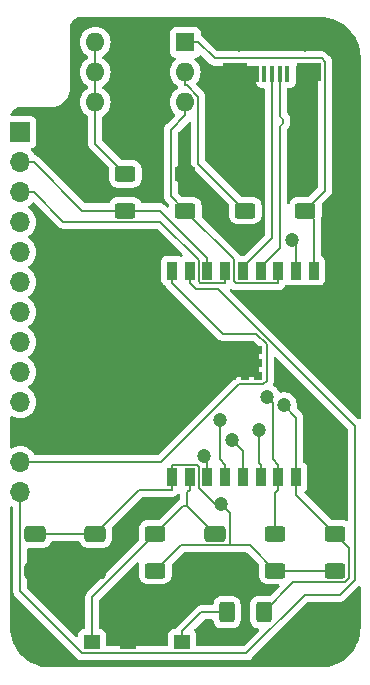
<source format=gbr>
%TF.GenerationSoftware,KiCad,Pcbnew,8.0.4-8.0.4-0~ubuntu22.04.1*%
%TF.CreationDate,2024-08-06T20:40:26+03:00*%
%TF.ProjectId,PM-ESPC3,504d2d45-5350-4433-932e-6b696361645f,rev?*%
%TF.SameCoordinates,Original*%
%TF.FileFunction,Copper,L1,Top*%
%TF.FilePolarity,Positive*%
%FSLAX46Y46*%
G04 Gerber Fmt 4.6, Leading zero omitted, Abs format (unit mm)*
G04 Created by KiCad (PCBNEW 8.0.4-8.0.4-0~ubuntu22.04.1) date 2024-08-06 20:40:26*
%MOMM*%
%LPD*%
G01*
G04 APERTURE LIST*
G04 Aperture macros list*
%AMRoundRect*
0 Rectangle with rounded corners*
0 $1 Rounding radius*
0 $2 $3 $4 $5 $6 $7 $8 $9 X,Y pos of 4 corners*
0 Add a 4 corners polygon primitive as box body*
4,1,4,$2,$3,$4,$5,$6,$7,$8,$9,$2,$3,0*
0 Add four circle primitives for the rounded corners*
1,1,$1+$1,$2,$3*
1,1,$1+$1,$4,$5*
1,1,$1+$1,$6,$7*
1,1,$1+$1,$8,$9*
0 Add four rect primitives between the rounded corners*
20,1,$1+$1,$2,$3,$4,$5,0*
20,1,$1+$1,$4,$5,$6,$7,0*
20,1,$1+$1,$6,$7,$8,$9,0*
20,1,$1+$1,$8,$9,$2,$3,0*%
G04 Aperture macros list end*
%TA.AperFunction,SMDPad,CuDef*%
%ADD10R,1.346200X1.244600*%
%TD*%
%TA.AperFunction,SMDPad,CuDef*%
%ADD11RoundRect,0.250000X-0.650000X0.412500X-0.650000X-0.412500X0.650000X-0.412500X0.650000X0.412500X0*%
%TD*%
%TA.AperFunction,SMDPad,CuDef*%
%ADD12R,0.889000X1.498600*%
%TD*%
%TA.AperFunction,SMDPad,CuDef*%
%ADD13R,0.711200X0.711200*%
%TD*%
%TA.AperFunction,SMDPad,CuDef*%
%ADD14R,0.406400X1.350000*%
%TD*%
%TA.AperFunction,SMDPad,CuDef*%
%ADD15R,2.108200X1.600200*%
%TD*%
%TA.AperFunction,ComponentPad*%
%ADD16O,1.000000X1.700000*%
%TD*%
%TA.AperFunction,SMDPad,CuDef*%
%ADD17RoundRect,0.250000X-0.625000X0.400000X-0.625000X-0.400000X0.625000X-0.400000X0.625000X0.400000X0*%
%TD*%
%TA.AperFunction,SMDPad,CuDef*%
%ADD18RoundRect,0.250000X0.400000X0.625000X-0.400000X0.625000X-0.400000X-0.625000X0.400000X-0.625000X0*%
%TD*%
%TA.AperFunction,SMDPad,CuDef*%
%ADD19RoundRect,0.250000X0.625000X-0.400000X0.625000X0.400000X-0.625000X0.400000X-0.625000X-0.400000X0*%
%TD*%
%TA.AperFunction,SMDPad,CuDef*%
%ADD20RoundRect,0.250000X0.650000X-0.412500X0.650000X0.412500X-0.650000X0.412500X-0.650000X-0.412500X0*%
%TD*%
%TA.AperFunction,ComponentPad*%
%ADD21R,1.600000X1.600000*%
%TD*%
%TA.AperFunction,ComponentPad*%
%ADD22O,1.600000X1.600000*%
%TD*%
%TA.AperFunction,ComponentPad*%
%ADD23R,1.700000X1.700000*%
%TD*%
%TA.AperFunction,ComponentPad*%
%ADD24O,1.700000X1.700000*%
%TD*%
%TA.AperFunction,ViaPad*%
%ADD25C,1.200000*%
%TD*%
%TA.AperFunction,Conductor*%
%ADD26C,0.200000*%
%TD*%
G04 APERTURE END LIST*
D10*
%TO.P,SW2,1,1*%
%TO.N,GND*%
X61214000Y-121920000D03*
%TO.P,SW2,2,2*%
%TO.N,/EN*%
X65786000Y-121920000D03*
%TD*%
D11*
%TO.P,C1,1*%
%TO.N,/EN*%
X76200000Y-112737500D03*
%TO.P,C1,2*%
%TO.N,GND*%
X76200000Y-115862500D03*
%TD*%
D12*
%TO.P,U1,1,3V3*%
%TO.N,+3.3V*%
X72540002Y-107950000D03*
%TO.P,U1,2,EN*%
%TO.N,/EN*%
X74040001Y-107950000D03*
%TO.P,U1,3,IO4*%
%TO.N,/GPIO4*%
X75540001Y-107950000D03*
%TO.P,U1,4,IO5*%
%TO.N,/GPIO5*%
X77040000Y-107950000D03*
%TO.P,U1,5,IO6*%
%TO.N,/GPIO6*%
X78540000Y-107950000D03*
%TO.P,U1,6,IO7*%
%TO.N,/GPIO7*%
X80040000Y-107950000D03*
%TO.P,U1,7,IO8*%
%TO.N,/GPIO8*%
X81540002Y-107950000D03*
%TO.P,U1,8,IO9*%
%TO.N,/GPIO9*%
X83040001Y-107950000D03*
%TO.P,U1,9,GND*%
%TO.N,GND*%
X84540001Y-107950000D03*
%TO.P,U1,10,IO10*%
%TO.N,/A1*%
X84539998Y-90450000D03*
%TO.P,U1,11,RXD*%
%TO.N,/A2*%
X83039999Y-90450000D03*
%TO.P,U1,12,TXD*%
%TO.N,/A3*%
X81539999Y-90450000D03*
%TO.P,U1,13,IO18_(USB_D-)*%
%TO.N,/USB_D-*%
X80040000Y-90450000D03*
%TO.P,U1,14,IO19_(USB_D+)*%
%TO.N,/USB_D+*%
X78540000Y-90450000D03*
%TO.P,U1,15,IO3*%
%TO.N,/GPIO3*%
X77040000Y-90450000D03*
%TO.P,U1,16,IO2*%
%TO.N,/GPIO2*%
X75539998Y-90450000D03*
%TO.P,U1,17,IO1*%
%TO.N,/SCL*%
X74039999Y-90450000D03*
%TO.P,U1,18,IO0*%
%TO.N,/SDA*%
X72539999Y-90450000D03*
D13*
%TO.P,U1,EPAD,EPAD*%
%TO.N,GND*%
X77640000Y-99340000D03*
X78740000Y-99340000D03*
X79840000Y-99340000D03*
X77640000Y-98240000D03*
X78740000Y-98240000D03*
X79840000Y-98240000D03*
X77640000Y-97140000D03*
X78740000Y-97140000D03*
X79840000Y-97140000D03*
%TD*%
D14*
%TO.P,J1,1,VBUS*%
%TO.N,unconnected-(J1-VBUS-Pad1)*%
X82295000Y-73795108D03*
%TO.P,J1,2,D-*%
%TO.N,/USB_D-*%
X81645014Y-73795108D03*
%TO.P,J1,3,D+*%
%TO.N,/USB_D+*%
X80995028Y-73795108D03*
%TO.P,J1,4,ID*%
%TO.N,unconnected-(J1-ID-Pad4)*%
X80345042Y-73795108D03*
D15*
%TO.P,J1,5,GND*%
%TO.N,GND*%
X84095027Y-73670000D03*
D16*
X83820029Y-71119992D03*
D14*
X79695056Y-73795108D03*
D16*
X78170027Y-71119992D03*
D15*
X77895029Y-73670000D03*
%TD*%
D17*
%TO.P,R7,1*%
%TO.N,GND*%
X73660000Y-82270000D03*
%TO.P,R7,2*%
%TO.N,/A3*%
X73660000Y-85370000D03*
%TD*%
%TO.P,R5,1*%
%TO.N,GND*%
X83820000Y-82270000D03*
%TO.P,R5,2*%
%TO.N,/A1*%
X83820000Y-85370000D03*
%TD*%
D18*
%TO.P,R4,1*%
%TO.N,/GPIO9*%
X80290000Y-119380000D03*
%TO.P,R4,2*%
%TO.N,Net-(R4-Pad2)*%
X77190000Y-119380000D03*
%TD*%
D11*
%TO.P,C3,1*%
%TO.N,+3.3V*%
X60960000Y-112737500D03*
%TO.P,C3,2*%
%TO.N,GND*%
X60960000Y-115862500D03*
%TD*%
D19*
%TO.P,R2,1*%
%TO.N,+3.3V*%
X81280000Y-115850000D03*
%TO.P,R2,2*%
%TO.N,/GPIO8*%
X81280000Y-112750000D03*
%TD*%
%TO.P,R3,1*%
%TO.N,+3.3V*%
X86360000Y-115850000D03*
%TO.P,R3,2*%
%TO.N,/GPIO9*%
X86360000Y-112750000D03*
%TD*%
D10*
%TO.P,SW1,1,1*%
%TO.N,GND*%
X68834000Y-121920000D03*
%TO.P,SW1,2,2*%
%TO.N,Net-(R4-Pad2)*%
X73406000Y-121920000D03*
%TD*%
D17*
%TO.P,R6,1*%
%TO.N,GND*%
X78740000Y-82270000D03*
%TO.P,R6,2*%
%TO.N,/A2*%
X78740000Y-85370000D03*
%TD*%
D19*
%TO.P,R1,1*%
%TO.N,+3.3V*%
X71120000Y-115850000D03*
%TO.P,R1,2*%
%TO.N,/EN*%
X71120000Y-112750000D03*
%TD*%
D20*
%TO.P,C2,1*%
%TO.N,GND*%
X66040000Y-115862500D03*
%TO.P,C2,2*%
%TO.N,+3.3V*%
X66040000Y-112737500D03*
%TD*%
D17*
%TO.P,R8,1*%
%TO.N,+3.3V*%
X68580000Y-82270000D03*
%TO.P,R8,2*%
%TO.N,/GPIO2*%
X68580000Y-85370000D03*
%TD*%
D21*
%TO.P,SW3,1*%
%TO.N,/A1*%
X73660000Y-71120000D03*
D22*
%TO.P,SW3,2*%
%TO.N,/A2*%
X73660000Y-73660000D03*
%TO.P,SW3,3*%
%TO.N,/A3*%
X73660000Y-76200000D03*
%TO.P,SW3,4*%
%TO.N,+3.3V*%
X66040000Y-76200000D03*
%TO.P,SW3,5*%
X66040000Y-73660000D03*
%TO.P,SW3,6*%
X66040000Y-71120000D03*
%TD*%
D23*
%TO.P,J2,1,Pin_1*%
%TO.N,unconnected-(J2-Pin_1-Pad1)*%
X59690000Y-78740000D03*
D24*
%TO.P,J2,2,Pin_2*%
%TO.N,/GPIO2*%
X59690000Y-81280000D03*
%TO.P,J2,3,Pin_3*%
%TO.N,/GPIO3*%
X59690000Y-83820000D03*
%TO.P,J2,4,Pin_4*%
%TO.N,/GPIO9*%
X59690000Y-86360000D03*
%TO.P,J2,5,Pin_5*%
%TO.N,/GPIO8*%
X59690000Y-88900000D03*
%TO.P,J2,6,Pin_6*%
%TO.N,/GPIO7*%
X59690000Y-91440000D03*
%TO.P,J2,7,Pin_7*%
%TO.N,/GPIO6*%
X59690000Y-93980000D03*
%TO.P,J2,8,Pin_8*%
%TO.N,/GPIO5*%
X59690000Y-96520000D03*
%TO.P,J2,9,Pin_9*%
%TO.N,/GPIO4*%
X59690000Y-99060000D03*
%TO.P,J2,10,Pin_10*%
%TO.N,+3.3V*%
X59690000Y-101600000D03*
%TO.P,J2,11,Pin_11*%
%TO.N,GND*%
X59690000Y-104140000D03*
%TO.P,J2,12,Pin_12*%
%TO.N,/SDA*%
X59690000Y-106680000D03*
%TO.P,J2,13,Pin_13*%
%TO.N,/SCL*%
X59690000Y-109220000D03*
%TD*%
D23*
%TO.P,J3,1,Pin_1*%
%TO.N,GND*%
X86360000Y-119380000D03*
%TD*%
D25*
%TO.N,GND*%
X68580000Y-119380000D03*
X63500000Y-116840000D03*
X86360000Y-106680000D03*
X78740000Y-78740000D03*
X83820000Y-78740000D03*
%TO.N,/GPIO6*%
X77619900Y-104824500D03*
%TO.N,/GPIO5*%
X76575700Y-103108000D03*
%TO.N,/GPIO7*%
X79881800Y-103920000D03*
%TO.N,/GPIO4*%
X75229400Y-106189700D03*
%TO.N,/A2*%
X82732500Y-87860800D03*
%TO.N,/GPIO9*%
X81991700Y-101849800D03*
%TO.N,/GPIO8*%
X80591200Y-101172900D03*
%TO.N,+3.3V*%
X76649000Y-110194400D03*
%TD*%
D26*
%TO.N,/GPIO6*%
X78540000Y-105744600D02*
X78540000Y-107950000D01*
X77619900Y-104824500D02*
X78540000Y-105744600D01*
%TO.N,/SDA*%
X72540000Y-90450000D02*
X72540000Y-91501000D01*
X71603700Y-106680000D02*
X59690000Y-106680000D01*
X78195300Y-100088400D02*
X71603700Y-106680000D01*
X80236700Y-100088400D02*
X78195300Y-100088400D01*
X80541400Y-99783700D02*
X80236700Y-100088400D01*
X80541400Y-96688300D02*
X80541400Y-99783700D01*
X79665900Y-95812800D02*
X80541400Y-96688300D01*
X76851800Y-95812800D02*
X79665900Y-95812800D01*
X72540000Y-91501000D02*
X76851800Y-95812800D01*
%TO.N,/GPIO5*%
X77040000Y-107950000D02*
X77040000Y-106899000D01*
X76575700Y-106434700D02*
X76575700Y-103108000D01*
X77040000Y-106899000D02*
X76575700Y-106434700D01*
%TO.N,/GPIO7*%
X79881800Y-106740800D02*
X80040000Y-106899000D01*
X79881800Y-103920000D02*
X79881800Y-106740800D01*
X80040000Y-107950000D02*
X80040000Y-106899000D01*
%TO.N,/SCL*%
X74543900Y-92004900D02*
X74040000Y-91501000D01*
X76431600Y-92004900D02*
X74543900Y-92004900D01*
X88022500Y-103595800D02*
X76431600Y-92004900D01*
X88022500Y-116609800D02*
X88022500Y-103595800D01*
X86748100Y-117884200D02*
X88022500Y-116609800D01*
X83812000Y-117884200D02*
X86748100Y-117884200D01*
X78842100Y-122854100D02*
X83812000Y-117884200D01*
X64920400Y-122854100D02*
X78842100Y-122854100D01*
X59690000Y-117623700D02*
X64920400Y-122854100D01*
X59690000Y-109220000D02*
X59690000Y-117623700D01*
X74040000Y-90450000D02*
X74040000Y-91501000D01*
%TO.N,/GPIO3*%
X74932600Y-91501000D02*
X77040000Y-91501000D01*
X74790000Y-91358400D02*
X74932600Y-91501000D01*
X74790000Y-89579500D02*
X74790000Y-91358400D01*
X71533200Y-86322700D02*
X74790000Y-89579500D01*
X63344400Y-86322700D02*
X71533200Y-86322700D01*
X60841700Y-83820000D02*
X63344400Y-86322700D01*
X59690000Y-83820000D02*
X60841700Y-83820000D01*
X77040000Y-90450000D02*
X77040000Y-91501000D01*
%TO.N,/GPIO4*%
X75540000Y-106500300D02*
X75540000Y-107950000D01*
X75229400Y-106189700D02*
X75540000Y-106500300D01*
%TO.N,/GPIO2*%
X75540000Y-90450000D02*
X75540000Y-89399000D01*
X71511000Y-85370000D02*
X68580000Y-85370000D01*
X75540000Y-89399000D02*
X71511000Y-85370000D01*
X59690000Y-81280000D02*
X60841700Y-81280000D01*
X64931700Y-85370000D02*
X60841700Y-81280000D01*
X68580000Y-85370000D02*
X64931700Y-85370000D01*
%TO.N,/A3*%
X73660000Y-76200000D02*
X73660000Y-77301700D01*
X72451300Y-84161300D02*
X73660000Y-85370000D01*
X72451300Y-78510400D02*
X72451300Y-84161300D01*
X73660000Y-77301700D02*
X72451300Y-78510400D01*
X77793800Y-89503800D02*
X73660000Y-85370000D01*
X77793800Y-91324300D02*
X77793800Y-89503800D01*
X77970500Y-91501000D02*
X77793800Y-91324300D01*
X81540000Y-91501000D02*
X77970500Y-91501000D01*
X81540000Y-90450000D02*
X81540000Y-91501000D01*
%TO.N,/A2*%
X83040000Y-88168300D02*
X83040000Y-90450000D01*
X82732500Y-87860800D02*
X83040000Y-88168300D01*
X74761700Y-81391700D02*
X78740000Y-85370000D01*
X74761700Y-75725600D02*
X74761700Y-81391700D01*
X73797800Y-74761700D02*
X74761700Y-75725600D01*
X73660000Y-74761700D02*
X73797800Y-74761700D01*
X73660000Y-73660000D02*
X73660000Y-74761700D01*
%TO.N,/A1*%
X73660000Y-71120000D02*
X74761700Y-71120000D01*
X84540000Y-86090000D02*
X83820000Y-85370000D01*
X84540000Y-90450000D02*
X84540000Y-86090000D01*
X76135900Y-72494200D02*
X74761700Y-71120000D01*
X85210500Y-72494200D02*
X76135900Y-72494200D01*
X85489400Y-72773100D02*
X85210500Y-72494200D01*
X85489400Y-83700600D02*
X85489400Y-72773100D01*
X83820000Y-85370000D02*
X85489400Y-83700600D01*
%TO.N,Net-(R4-Pad2)*%
X75022000Y-119380000D02*
X73406000Y-120996000D01*
X77190000Y-119380000D02*
X75022000Y-119380000D01*
X73406000Y-121920000D02*
X73406000Y-120996000D01*
%TO.N,/GPIO9*%
X83040000Y-109430000D02*
X83040000Y-107950000D01*
X86360000Y-112750000D02*
X83040000Y-109430000D01*
X83040000Y-102898100D02*
X83040000Y-107950000D01*
X81991700Y-101849800D02*
X83040000Y-102898100D01*
X82814500Y-116855500D02*
X80290000Y-119380000D01*
X87181600Y-116855500D02*
X82814500Y-116855500D01*
X87543000Y-116494100D02*
X87181600Y-116855500D01*
X87543000Y-113933000D02*
X87543000Y-116494100D01*
X86360000Y-112750000D02*
X87543000Y-113933000D01*
%TO.N,/GPIO8*%
X81280000Y-109261000D02*
X81280000Y-112750000D01*
X81540000Y-109001000D02*
X81280000Y-109261000D01*
X81540000Y-107950000D02*
X81540000Y-109001000D01*
X81540000Y-107950000D02*
X81540000Y-106899000D01*
X81090000Y-101671700D02*
X80591200Y-101172900D01*
X81090000Y-106449000D02*
X81090000Y-101671700D01*
X81540000Y-106899000D02*
X81090000Y-106449000D01*
%TO.N,+3.3V*%
X66040000Y-71120000D02*
X66040000Y-73660000D01*
X66040000Y-73660000D02*
X66040000Y-76200000D01*
X81280000Y-115850000D02*
X86360000Y-115850000D01*
X66040000Y-79730000D02*
X68580000Y-82270000D01*
X66040000Y-76200000D02*
X66040000Y-79730000D01*
X72540000Y-107950000D02*
X72540000Y-106899000D01*
X60960000Y-112737500D02*
X66040000Y-112737500D01*
X69776500Y-109001000D02*
X72540000Y-109001000D01*
X66040000Y-112737500D02*
X69776500Y-109001000D01*
X72540000Y-107950000D02*
X72540000Y-109001000D01*
X76136700Y-110194400D02*
X76649000Y-110194400D01*
X74793800Y-108851500D02*
X76136700Y-110194400D01*
X74793800Y-107062100D02*
X74793800Y-108851500D01*
X74630700Y-106899000D02*
X74793800Y-107062100D01*
X72540000Y-106899000D02*
X74630700Y-106899000D01*
X77427700Y-110973100D02*
X76649000Y-110194400D01*
X77427700Y-113710700D02*
X77427700Y-110973100D01*
X73259300Y-113710700D02*
X77427700Y-113710700D01*
X71120000Y-115850000D02*
X73259300Y-113710700D01*
X79140700Y-113710700D02*
X81280000Y-115850000D01*
X77427700Y-113710700D02*
X79140700Y-113710700D01*
%TO.N,/EN*%
X65786000Y-121920000D02*
X65786000Y-120996000D01*
X65786000Y-118084000D02*
X71120000Y-112750000D01*
X65786000Y-120996000D02*
X65786000Y-118084000D01*
X73824700Y-109216300D02*
X74040000Y-109001000D01*
X73824700Y-110362200D02*
X73824700Y-109216300D01*
X73507800Y-110362200D02*
X73824700Y-110362200D01*
X71120000Y-112750000D02*
X73507800Y-110362200D01*
X73824700Y-110362200D02*
X76200000Y-112737500D01*
X74040000Y-107950000D02*
X74040000Y-109001000D01*
%TO.N,GND*%
X72840000Y-104140000D02*
X77640000Y-99340000D01*
X59690000Y-104140000D02*
X72840000Y-104140000D01*
%TO.N,/USB_D+*%
X80995028Y-73795108D02*
X80995028Y-87701172D01*
X80995028Y-87701172D02*
X78540000Y-90156200D01*
X78540000Y-90156200D02*
X78540000Y-90450000D01*
%TO.N,/USB_D-*%
X81953442Y-77652049D02*
X81953442Y-77943621D01*
X81645014Y-73795108D02*
X81645014Y-77343621D01*
X81645014Y-78252049D02*
X81645014Y-78543621D01*
X80040000Y-90156199D02*
X80040000Y-90450000D01*
X81645014Y-78543621D02*
X81645014Y-80627685D01*
X81645014Y-80627685D02*
X81645014Y-88551185D01*
X81645014Y-88551185D02*
X80040000Y-90156199D01*
X81799228Y-78097835D02*
G75*
G03*
X81645035Y-78252049I-28J-154165D01*
G01*
X81953442Y-77943621D02*
G75*
G02*
X81799228Y-78097842I-154242J21D01*
G01*
X81799228Y-77497835D02*
G75*
G02*
X81953365Y-77652049I-28J-154165D01*
G01*
X81645014Y-77343621D02*
G75*
G03*
X81799228Y-77497786I154186J21D01*
G01*
%TD*%
%TA.AperFunction,Conductor*%
%TO.N,GND*%
G36*
X59006582Y-110392877D02*
G01*
X59007478Y-110391326D01*
X59012167Y-110394033D01*
X59012170Y-110394035D01*
X59017898Y-110396706D01*
X59070339Y-110442872D01*
X59089500Y-110509090D01*
X59089500Y-117537030D01*
X59089499Y-117537048D01*
X59089499Y-117702754D01*
X59089498Y-117702754D01*
X59130423Y-117855485D01*
X59159358Y-117905600D01*
X59159359Y-117905604D01*
X59159360Y-117905604D01*
X59209479Y-117992414D01*
X59209481Y-117992417D01*
X59328349Y-118111285D01*
X59328354Y-118111289D01*
X64551684Y-123334620D01*
X64551686Y-123334621D01*
X64551690Y-123334624D01*
X64688609Y-123413673D01*
X64688616Y-123413677D01*
X64841343Y-123454601D01*
X64841345Y-123454601D01*
X65007054Y-123454601D01*
X65007070Y-123454600D01*
X78755431Y-123454600D01*
X78755447Y-123454601D01*
X78763043Y-123454601D01*
X78921154Y-123454601D01*
X78921157Y-123454601D01*
X79073885Y-123413677D01*
X79124004Y-123384739D01*
X79210816Y-123334620D01*
X79322620Y-123222816D01*
X79322620Y-123222814D01*
X79332828Y-123212607D01*
X79332829Y-123212604D01*
X84024416Y-118521019D01*
X84085739Y-118487534D01*
X84112097Y-118484700D01*
X86661431Y-118484700D01*
X86661447Y-118484701D01*
X86669043Y-118484701D01*
X86827154Y-118484701D01*
X86827157Y-118484701D01*
X86979885Y-118443777D01*
X87030004Y-118414839D01*
X87116816Y-118364720D01*
X87228620Y-118252916D01*
X87228620Y-118252914D01*
X87238828Y-118242707D01*
X87238829Y-118242704D01*
X88287820Y-117193713D01*
X88349142Y-117160230D01*
X88418834Y-117165214D01*
X88474767Y-117207086D01*
X88499184Y-117272550D01*
X88499500Y-117281396D01*
X88499500Y-120646947D01*
X88499351Y-120653032D01*
X88483380Y-120978107D01*
X88482187Y-120990217D01*
X88434880Y-121309136D01*
X88432506Y-121321071D01*
X88354166Y-121633822D01*
X88350633Y-121645466D01*
X88242022Y-121949014D01*
X88237366Y-121960256D01*
X88099513Y-122251724D01*
X88093776Y-122262457D01*
X87928030Y-122538987D01*
X87921270Y-122549105D01*
X87729204Y-122808075D01*
X87721484Y-122817481D01*
X87504972Y-123056367D01*
X87496367Y-123064972D01*
X87257481Y-123281484D01*
X87248075Y-123289204D01*
X86989105Y-123481270D01*
X86978987Y-123488030D01*
X86702457Y-123653776D01*
X86691724Y-123659513D01*
X86400256Y-123797366D01*
X86389014Y-123802022D01*
X86085466Y-123910633D01*
X86073822Y-123914166D01*
X85761071Y-123992506D01*
X85749136Y-123994880D01*
X85430217Y-124042187D01*
X85418107Y-124043380D01*
X85093033Y-124059351D01*
X85086948Y-124059500D01*
X62233052Y-124059500D01*
X62226967Y-124059351D01*
X61901892Y-124043380D01*
X61889782Y-124042187D01*
X61570863Y-123994880D01*
X61558928Y-123992506D01*
X61246177Y-123914166D01*
X61234533Y-123910633D01*
X60930985Y-123802022D01*
X60919743Y-123797366D01*
X60628275Y-123659513D01*
X60617547Y-123653778D01*
X60341012Y-123488030D01*
X60330894Y-123481270D01*
X60071924Y-123289204D01*
X60062518Y-123281484D01*
X59986517Y-123212601D01*
X59823624Y-123064964D01*
X59815035Y-123056375D01*
X59598515Y-122817481D01*
X59590795Y-122808075D01*
X59398729Y-122549105D01*
X59391969Y-122538987D01*
X59226216Y-122262445D01*
X59220486Y-122251724D01*
X59216073Y-122242394D01*
X59124503Y-122048784D01*
X59082633Y-121960256D01*
X59077977Y-121949014D01*
X58969366Y-121645466D01*
X58965833Y-121633822D01*
X58961125Y-121615026D01*
X58887490Y-121321059D01*
X58885119Y-121309136D01*
X58876321Y-121249827D01*
X58837811Y-120990213D01*
X58836619Y-120978106D01*
X58835452Y-120954360D01*
X58820649Y-120653031D01*
X58820500Y-120646947D01*
X58820500Y-110498028D01*
X58840185Y-110430989D01*
X58892989Y-110385234D01*
X58962147Y-110375290D01*
X59006582Y-110392877D01*
G37*
%TD.AperFunction*%
%TA.AperFunction,Conductor*%
G36*
X78907642Y-114330885D02*
G01*
X78928284Y-114347519D01*
X79869902Y-115289137D01*
X79903387Y-115350460D01*
X79905580Y-115389414D01*
X79904500Y-115399986D01*
X79904500Y-116300001D01*
X79904501Y-116300019D01*
X79915000Y-116402796D01*
X79915001Y-116402799D01*
X79970185Y-116569331D01*
X79970186Y-116569334D01*
X80062288Y-116718656D01*
X80186344Y-116842712D01*
X80335666Y-116934814D01*
X80502203Y-116989999D01*
X80604991Y-117000500D01*
X81520902Y-117000499D01*
X81587941Y-117020183D01*
X81633696Y-117072987D01*
X81643640Y-117142146D01*
X81614615Y-117205702D01*
X81608583Y-117212180D01*
X80850861Y-117969902D01*
X80789538Y-118003387D01*
X80750582Y-118005579D01*
X80740028Y-118004501D01*
X80740012Y-118004500D01*
X80740009Y-118004500D01*
X80740003Y-118004500D01*
X79839998Y-118004500D01*
X79839980Y-118004501D01*
X79737203Y-118015000D01*
X79737200Y-118015001D01*
X79570668Y-118070185D01*
X79570663Y-118070187D01*
X79421342Y-118162289D01*
X79297289Y-118286342D01*
X79205187Y-118435663D01*
X79205185Y-118435668D01*
X79177349Y-118519670D01*
X79150001Y-118602203D01*
X79150001Y-118602204D01*
X79150000Y-118602204D01*
X79139500Y-118704983D01*
X79139500Y-120055001D01*
X79139501Y-120055018D01*
X79150000Y-120157796D01*
X79150001Y-120157799D01*
X79205185Y-120324331D01*
X79205186Y-120324334D01*
X79297288Y-120473656D01*
X79421344Y-120597712D01*
X79570666Y-120689814D01*
X79737203Y-120744999D01*
X79808557Y-120752288D01*
X79873248Y-120778683D01*
X79913400Y-120835864D01*
X79916264Y-120905675D01*
X79883636Y-120963327D01*
X78629684Y-122217281D01*
X78568361Y-122250766D01*
X78542003Y-122253600D01*
X74703600Y-122253600D01*
X74636561Y-122233915D01*
X74590806Y-122181111D01*
X74579600Y-122129600D01*
X74579599Y-121249829D01*
X74579598Y-121249823D01*
X74579597Y-121249816D01*
X74573191Y-121190217D01*
X74522896Y-121055369D01*
X74522895Y-121055368D01*
X74522893Y-121055364D01*
X74447281Y-120954360D01*
X74422863Y-120888896D01*
X74437714Y-120820623D01*
X74458866Y-120792368D01*
X75234416Y-120016819D01*
X75295739Y-119983334D01*
X75322097Y-119980500D01*
X75919911Y-119980500D01*
X75986950Y-120000185D01*
X76032705Y-120052989D01*
X76043269Y-120091898D01*
X76050001Y-120157797D01*
X76050001Y-120157799D01*
X76105185Y-120324331D01*
X76105186Y-120324334D01*
X76197288Y-120473656D01*
X76321344Y-120597712D01*
X76470666Y-120689814D01*
X76637203Y-120744999D01*
X76739991Y-120755500D01*
X77640008Y-120755499D01*
X77640016Y-120755498D01*
X77640019Y-120755498D01*
X77696302Y-120749748D01*
X77742797Y-120744999D01*
X77909334Y-120689814D01*
X78058656Y-120597712D01*
X78182712Y-120473656D01*
X78274814Y-120324334D01*
X78329999Y-120157797D01*
X78340500Y-120055009D01*
X78340499Y-118704992D01*
X78329999Y-118602203D01*
X78274814Y-118435666D01*
X78182712Y-118286344D01*
X78058656Y-118162288D01*
X77909334Y-118070186D01*
X77742797Y-118015001D01*
X77742795Y-118015000D01*
X77640010Y-118004500D01*
X76739998Y-118004500D01*
X76739980Y-118004501D01*
X76637203Y-118015000D01*
X76637200Y-118015001D01*
X76470668Y-118070185D01*
X76470663Y-118070187D01*
X76321342Y-118162289D01*
X76197289Y-118286342D01*
X76105187Y-118435663D01*
X76105185Y-118435668D01*
X76050001Y-118602204D01*
X76050000Y-118602205D01*
X76043268Y-118668103D01*
X76016871Y-118732795D01*
X75959690Y-118772946D01*
X75919910Y-118779500D01*
X75101057Y-118779500D01*
X74942943Y-118779500D01*
X74790215Y-118820423D01*
X74790214Y-118820423D01*
X74790212Y-118820424D01*
X74790209Y-118820425D01*
X74740096Y-118849359D01*
X74740095Y-118849360D01*
X74696689Y-118874420D01*
X74653285Y-118899479D01*
X74653282Y-118899481D01*
X72925481Y-120627282D01*
X72925479Y-120627285D01*
X72889380Y-120689812D01*
X72889378Y-120689814D01*
X72863173Y-120735201D01*
X72812606Y-120783416D01*
X72755789Y-120797200D01*
X72685030Y-120797200D01*
X72685023Y-120797201D01*
X72625416Y-120803608D01*
X72490571Y-120853902D01*
X72490564Y-120853906D01*
X72375355Y-120940152D01*
X72375352Y-120940155D01*
X72289106Y-121055364D01*
X72289102Y-121055371D01*
X72238808Y-121190217D01*
X72234281Y-121232329D01*
X72232400Y-121249827D01*
X72232400Y-121696864D01*
X72232401Y-122129600D01*
X72212717Y-122196639D01*
X72159913Y-122242394D01*
X72108401Y-122253600D01*
X67083600Y-122253600D01*
X67016561Y-122233915D01*
X66970806Y-122181111D01*
X66959600Y-122129600D01*
X66959599Y-121249829D01*
X66959598Y-121249823D01*
X66959597Y-121249816D01*
X66953191Y-121190217D01*
X66902896Y-121055369D01*
X66902895Y-121055368D01*
X66902893Y-121055364D01*
X66816647Y-120940155D01*
X66816644Y-120940152D01*
X66701435Y-120853906D01*
X66701428Y-120853902D01*
X66566582Y-120803608D01*
X66566583Y-120803608D01*
X66506983Y-120797201D01*
X66506981Y-120797200D01*
X66506973Y-120797200D01*
X66506964Y-120797200D01*
X66503853Y-120797033D01*
X66437965Y-120773783D01*
X66395107Y-120718602D01*
X66386500Y-120673211D01*
X66386500Y-118384096D01*
X66406185Y-118317057D01*
X66422814Y-118296420D01*
X69550061Y-115169172D01*
X69611382Y-115135689D01*
X69681074Y-115140673D01*
X69737007Y-115182545D01*
X69761424Y-115248009D01*
X69756114Y-115290521D01*
X69756418Y-115290586D01*
X69755669Y-115294079D01*
X69755449Y-115295849D01*
X69755002Y-115297196D01*
X69755000Y-115297204D01*
X69744500Y-115399983D01*
X69744500Y-116300001D01*
X69744501Y-116300019D01*
X69755000Y-116402796D01*
X69755001Y-116402799D01*
X69810185Y-116569331D01*
X69810186Y-116569334D01*
X69902288Y-116718656D01*
X70026344Y-116842712D01*
X70175666Y-116934814D01*
X70342203Y-116989999D01*
X70444991Y-117000500D01*
X71795008Y-117000499D01*
X71897797Y-116989999D01*
X72064334Y-116934814D01*
X72213656Y-116842712D01*
X72337712Y-116718656D01*
X72429814Y-116569334D01*
X72484999Y-116402797D01*
X72495500Y-116300009D01*
X72495499Y-115399992D01*
X72494419Y-115389420D01*
X72507188Y-115320728D01*
X72530093Y-115289140D01*
X73471716Y-114347519D01*
X73533039Y-114314034D01*
X73559397Y-114311200D01*
X77348643Y-114311200D01*
X78840603Y-114311200D01*
X78907642Y-114330885D01*
G37*
%TD.AperFunction*%
%TA.AperFunction,Conductor*%
G36*
X73143534Y-109349216D02*
G01*
X73199467Y-109391088D01*
X73223884Y-109456552D01*
X73224200Y-109465398D01*
X73224200Y-109760946D01*
X73204515Y-109827985D01*
X73162203Y-109868332D01*
X73139084Y-109881680D01*
X73139081Y-109881682D01*
X73027278Y-109993486D01*
X71457582Y-111563181D01*
X71396259Y-111596666D01*
X71369901Y-111599500D01*
X70444998Y-111599500D01*
X70444980Y-111599501D01*
X70342203Y-111610000D01*
X70342200Y-111610001D01*
X70175668Y-111665185D01*
X70175663Y-111665187D01*
X70026342Y-111757289D01*
X69902289Y-111881342D01*
X69810187Y-112030663D01*
X69810185Y-112030668D01*
X69782349Y-112114670D01*
X69755001Y-112197203D01*
X69755001Y-112197204D01*
X69755000Y-112197204D01*
X69744500Y-112299983D01*
X69744500Y-113200000D01*
X69744501Y-113200011D01*
X69745581Y-113210583D01*
X69732808Y-113279275D01*
X69709903Y-113310860D01*
X65417286Y-117603478D01*
X65305481Y-117715282D01*
X65305479Y-117715285D01*
X65255361Y-117802094D01*
X65255359Y-117802096D01*
X65226425Y-117852209D01*
X65226424Y-117852210D01*
X65212118Y-117905600D01*
X65185499Y-118004943D01*
X65185499Y-118004945D01*
X65185499Y-118173046D01*
X65185500Y-118173059D01*
X65185500Y-120673212D01*
X65165815Y-120740251D01*
X65113011Y-120786006D01*
X65068131Y-120797035D01*
X65065022Y-120797201D01*
X65005416Y-120803608D01*
X64870571Y-120853902D01*
X64870564Y-120853906D01*
X64755355Y-120940152D01*
X64755352Y-120940155D01*
X64669106Y-121055364D01*
X64669102Y-121055371D01*
X64618808Y-121190217D01*
X64614281Y-121232329D01*
X64612401Y-121249823D01*
X64612400Y-121249835D01*
X64612400Y-121397502D01*
X64592715Y-121464541D01*
X64539911Y-121510296D01*
X64470753Y-121520240D01*
X64407197Y-121491215D01*
X64400719Y-121485183D01*
X60326819Y-117411283D01*
X60293334Y-117349960D01*
X60290500Y-117323602D01*
X60290500Y-114024499D01*
X60310185Y-113957460D01*
X60362989Y-113911705D01*
X60414500Y-113900499D01*
X61660002Y-113900499D01*
X61660008Y-113900499D01*
X61762797Y-113889999D01*
X61929334Y-113834814D01*
X62078656Y-113742712D01*
X62202712Y-113618656D01*
X62294814Y-113469334D01*
X62310169Y-113422994D01*
X62349942Y-113365550D01*
X62414459Y-113338728D01*
X62427875Y-113338000D01*
X64572125Y-113338000D01*
X64639164Y-113357685D01*
X64684919Y-113410489D01*
X64689829Y-113422990D01*
X64705186Y-113469334D01*
X64797288Y-113618656D01*
X64921344Y-113742712D01*
X65070666Y-113834814D01*
X65237203Y-113889999D01*
X65339991Y-113900500D01*
X66740008Y-113900499D01*
X66842797Y-113889999D01*
X67009334Y-113834814D01*
X67158656Y-113742712D01*
X67282712Y-113618656D01*
X67374814Y-113469334D01*
X67429999Y-113302797D01*
X67440500Y-113200009D01*
X67440499Y-112274992D01*
X67438260Y-112253079D01*
X67451028Y-112184389D01*
X67473934Y-112152799D01*
X69988916Y-109637819D01*
X70050239Y-109604334D01*
X70076597Y-109601500D01*
X72619055Y-109601500D01*
X72619057Y-109601500D01*
X72771784Y-109560577D01*
X72908716Y-109481520D01*
X73012519Y-109377717D01*
X73073842Y-109344232D01*
X73143534Y-109349216D01*
G37*
%TD.AperFunction*%
%TA.AperFunction,Conductor*%
G36*
X81347103Y-97770084D02*
G01*
X81353581Y-97776116D01*
X87385681Y-103808216D01*
X87419166Y-103869539D01*
X87422000Y-103895897D01*
X87422000Y-111532456D01*
X87402315Y-111599495D01*
X87349511Y-111645250D01*
X87280353Y-111655194D01*
X87258997Y-111650162D01*
X87137799Y-111610001D01*
X87137795Y-111610000D01*
X87035016Y-111599500D01*
X87035009Y-111599500D01*
X86110097Y-111599500D01*
X86043058Y-111579815D01*
X86022416Y-111563181D01*
X83756820Y-109297585D01*
X83723335Y-109236262D01*
X83728319Y-109166570D01*
X83770187Y-109110639D01*
X83842047Y-109056846D01*
X83928297Y-108941631D01*
X83978592Y-108806783D01*
X83985001Y-108747173D01*
X83985000Y-107152828D01*
X83978592Y-107093217D01*
X83928297Y-106958369D01*
X83928296Y-106958368D01*
X83928294Y-106958364D01*
X83842048Y-106843155D01*
X83842045Y-106843152D01*
X83726835Y-106756905D01*
X83726833Y-106756904D01*
X83721162Y-106754789D01*
X83665230Y-106712916D01*
X83640816Y-106647450D01*
X83640500Y-106638609D01*
X83640500Y-102819045D01*
X83640500Y-102819043D01*
X83599577Y-102666316D01*
X83599577Y-102666315D01*
X83599577Y-102666314D01*
X83570639Y-102616195D01*
X83570637Y-102616192D01*
X83520520Y-102529384D01*
X83408716Y-102417580D01*
X83408715Y-102417579D01*
X83404385Y-102413249D01*
X83404374Y-102413239D01*
X83116367Y-102125232D01*
X83082882Y-102063909D01*
X83080577Y-102026115D01*
X83096915Y-101849800D01*
X83095581Y-101835408D01*
X83078097Y-101646717D01*
X83056883Y-101572160D01*
X83022282Y-101450550D01*
X82931373Y-101267979D01*
X82808464Y-101105221D01*
X82808462Y-101105218D01*
X82657741Y-100967819D01*
X82657739Y-100967817D01*
X82484342Y-100860455D01*
X82484335Y-100860451D01*
X82351554Y-100809012D01*
X82294156Y-100786776D01*
X82093676Y-100749300D01*
X81889724Y-100749300D01*
X81725551Y-100779988D01*
X81656037Y-100772958D01*
X81601358Y-100729460D01*
X81591767Y-100713371D01*
X81530873Y-100591080D01*
X81530873Y-100591079D01*
X81439933Y-100470655D01*
X81407962Y-100428318D01*
X81257241Y-100290919D01*
X81257239Y-100290917D01*
X81127211Y-100210408D01*
X81080575Y-100158380D01*
X81069471Y-100089399D01*
X81085101Y-100042982D01*
X81097186Y-100022051D01*
X81100977Y-100015485D01*
X81141901Y-99862757D01*
X81141901Y-99704643D01*
X81141901Y-99697048D01*
X81141900Y-99697030D01*
X81141900Y-97863797D01*
X81161585Y-97796758D01*
X81214389Y-97751003D01*
X81283547Y-97741059D01*
X81347103Y-97770084D01*
G37*
%TD.AperFunction*%
%TA.AperFunction,Conductor*%
G36*
X60839513Y-84682895D02*
G01*
X60883861Y-84711396D01*
X62859539Y-86687074D01*
X62859549Y-86687085D01*
X62863879Y-86691415D01*
X62863880Y-86691416D01*
X62975684Y-86803220D01*
X63062495Y-86853339D01*
X63062497Y-86853341D01*
X63112613Y-86882276D01*
X63112615Y-86882277D01*
X63265342Y-86923200D01*
X63265343Y-86923200D01*
X71233103Y-86923200D01*
X71300142Y-86942885D01*
X71320784Y-86959519D01*
X73409744Y-89048479D01*
X73443229Y-89109802D01*
X73438245Y-89179494D01*
X73396373Y-89235427D01*
X73365400Y-89252340D01*
X73353170Y-89256901D01*
X73349421Y-89258949D01*
X73345250Y-89259855D01*
X73344862Y-89260001D01*
X73344841Y-89259945D01*
X73281147Y-89273798D01*
X73230577Y-89258949D01*
X73226832Y-89256904D01*
X73091981Y-89206608D01*
X73091982Y-89206608D01*
X73032382Y-89200201D01*
X73032380Y-89200200D01*
X73032372Y-89200200D01*
X73032363Y-89200200D01*
X72047628Y-89200200D01*
X72047622Y-89200201D01*
X71988015Y-89206608D01*
X71853170Y-89256902D01*
X71853163Y-89256906D01*
X71737954Y-89343152D01*
X71737951Y-89343155D01*
X71651705Y-89458364D01*
X71651701Y-89458371D01*
X71601407Y-89593217D01*
X71595000Y-89652816D01*
X71595000Y-89652823D01*
X71594999Y-89652835D01*
X71594999Y-91247170D01*
X71595000Y-91247176D01*
X71601407Y-91306783D01*
X71651701Y-91441628D01*
X71651705Y-91441635D01*
X71737951Y-91556844D01*
X71737954Y-91556847D01*
X71853163Y-91643093D01*
X71853172Y-91643098D01*
X71909163Y-91663981D01*
X71965097Y-91705851D01*
X71980389Y-91732702D01*
X71980422Y-91732782D01*
X71980423Y-91732785D01*
X72003707Y-91773113D01*
X72003709Y-91773116D01*
X72059479Y-91869714D01*
X72059481Y-91869717D01*
X72178349Y-91988585D01*
X72178355Y-91988590D01*
X76366939Y-96177174D01*
X76366949Y-96177185D01*
X76371279Y-96181515D01*
X76371280Y-96181516D01*
X76483084Y-96293320D01*
X76569895Y-96343439D01*
X76569897Y-96343441D01*
X76607951Y-96365411D01*
X76620015Y-96372377D01*
X76772743Y-96413301D01*
X76772746Y-96413301D01*
X76938453Y-96413301D01*
X76938469Y-96413300D01*
X79365803Y-96413300D01*
X79432842Y-96432985D01*
X79453484Y-96449619D01*
X79904581Y-96900716D01*
X79938066Y-96962039D01*
X79940900Y-96988397D01*
X79940900Y-99363900D01*
X79921215Y-99430939D01*
X79868411Y-99476694D01*
X79816900Y-99487900D01*
X78116243Y-99487900D01*
X77963513Y-99528823D01*
X77923519Y-99551915D01*
X77923518Y-99551915D01*
X77826587Y-99607877D01*
X77826582Y-99607881D01*
X77714778Y-99719686D01*
X71391284Y-106043181D01*
X71329961Y-106076666D01*
X71303603Y-106079500D01*
X60979091Y-106079500D01*
X60912052Y-106059815D01*
X60866711Y-106007909D01*
X60864037Y-106002175D01*
X60864034Y-106002170D01*
X60822889Y-105943409D01*
X60728495Y-105808599D01*
X60728494Y-105808597D01*
X60561402Y-105641506D01*
X60561395Y-105641501D01*
X60559498Y-105640173D01*
X60513377Y-105607878D01*
X60367834Y-105505967D01*
X60367830Y-105505965D01*
X60328300Y-105487532D01*
X60153663Y-105406097D01*
X60153659Y-105406096D01*
X60153655Y-105406094D01*
X59925413Y-105344938D01*
X59925403Y-105344936D01*
X59690001Y-105324341D01*
X59689999Y-105324341D01*
X59454596Y-105344936D01*
X59454586Y-105344938D01*
X59226344Y-105406094D01*
X59226335Y-105406097D01*
X59012172Y-105505964D01*
X59007485Y-105508671D01*
X59006338Y-105506684D01*
X58949392Y-105525876D01*
X58881628Y-105508852D01*
X58833825Y-105457894D01*
X58820500Y-105401973D01*
X58820500Y-102878028D01*
X58840185Y-102810989D01*
X58892989Y-102765234D01*
X58962147Y-102755290D01*
X59006582Y-102772877D01*
X59007478Y-102771326D01*
X59012166Y-102774032D01*
X59012170Y-102774035D01*
X59226337Y-102873903D01*
X59454592Y-102935063D01*
X59628748Y-102950300D01*
X59689999Y-102955659D01*
X59690000Y-102955659D01*
X59690001Y-102955659D01*
X59751252Y-102950300D01*
X59925408Y-102935063D01*
X60153663Y-102873903D01*
X60367830Y-102774035D01*
X60561401Y-102638495D01*
X60728495Y-102471401D01*
X60864035Y-102277830D01*
X60963903Y-102063663D01*
X61025063Y-101835408D01*
X61045659Y-101600000D01*
X61025063Y-101364592D01*
X60963903Y-101136337D01*
X60864035Y-100922171D01*
X60820822Y-100860455D01*
X60728494Y-100728597D01*
X60561402Y-100561506D01*
X60561396Y-100561501D01*
X60375842Y-100431575D01*
X60332217Y-100376998D01*
X60325023Y-100307500D01*
X60356546Y-100245145D01*
X60375842Y-100228425D01*
X60475876Y-100158380D01*
X60561401Y-100098495D01*
X60728495Y-99931401D01*
X60864035Y-99737830D01*
X60963903Y-99523663D01*
X61025063Y-99295408D01*
X61045659Y-99060000D01*
X61025063Y-98824592D01*
X60963903Y-98596337D01*
X60864035Y-98382171D01*
X60728495Y-98188599D01*
X60728494Y-98188597D01*
X60561402Y-98021506D01*
X60561396Y-98021501D01*
X60375842Y-97891575D01*
X60332217Y-97836998D01*
X60325023Y-97767500D01*
X60356546Y-97705145D01*
X60375842Y-97688425D01*
X60398026Y-97672891D01*
X60561401Y-97558495D01*
X60728495Y-97391401D01*
X60864035Y-97197830D01*
X60963903Y-96983663D01*
X61025063Y-96755408D01*
X61045659Y-96520000D01*
X61025063Y-96284592D01*
X60963903Y-96056337D01*
X60864035Y-95842171D01*
X60728495Y-95648599D01*
X60728494Y-95648597D01*
X60561402Y-95481506D01*
X60561396Y-95481501D01*
X60375842Y-95351575D01*
X60332217Y-95296998D01*
X60325023Y-95227500D01*
X60356546Y-95165145D01*
X60375842Y-95148425D01*
X60499352Y-95061942D01*
X60561401Y-95018495D01*
X60728495Y-94851401D01*
X60864035Y-94657830D01*
X60963903Y-94443663D01*
X61025063Y-94215408D01*
X61045659Y-93980000D01*
X61025063Y-93744592D01*
X60963903Y-93516337D01*
X60864035Y-93302171D01*
X60728495Y-93108599D01*
X60728494Y-93108597D01*
X60561402Y-92941506D01*
X60561396Y-92941501D01*
X60375842Y-92811575D01*
X60332217Y-92756998D01*
X60325023Y-92687500D01*
X60356546Y-92625145D01*
X60375842Y-92608425D01*
X60398026Y-92592891D01*
X60561401Y-92478495D01*
X60728495Y-92311401D01*
X60864035Y-92117830D01*
X60963903Y-91903663D01*
X61025063Y-91675408D01*
X61045659Y-91440000D01*
X61025063Y-91204592D01*
X60963903Y-90976337D01*
X60864035Y-90762171D01*
X60728495Y-90568599D01*
X60728494Y-90568597D01*
X60561402Y-90401506D01*
X60561396Y-90401501D01*
X60375842Y-90271575D01*
X60332217Y-90216998D01*
X60325023Y-90147500D01*
X60356546Y-90085145D01*
X60375842Y-90068425D01*
X60398026Y-90052891D01*
X60561401Y-89938495D01*
X60728495Y-89771401D01*
X60864035Y-89577830D01*
X60963903Y-89363663D01*
X61025063Y-89135408D01*
X61045659Y-88900000D01*
X61025063Y-88664592D01*
X60969998Y-88459084D01*
X60963905Y-88436344D01*
X60963904Y-88436343D01*
X60963903Y-88436337D01*
X60864035Y-88222171D01*
X60728495Y-88028599D01*
X60728494Y-88028597D01*
X60561402Y-87861506D01*
X60561396Y-87861501D01*
X60375842Y-87731575D01*
X60332217Y-87676998D01*
X60325023Y-87607500D01*
X60356546Y-87545145D01*
X60375842Y-87528425D01*
X60543019Y-87411366D01*
X60561401Y-87398495D01*
X60728495Y-87231401D01*
X60864035Y-87037830D01*
X60963903Y-86823663D01*
X61025063Y-86595408D01*
X61045659Y-86360000D01*
X61025063Y-86124592D01*
X60963903Y-85896337D01*
X60864035Y-85682171D01*
X60786783Y-85571842D01*
X60728494Y-85488597D01*
X60561402Y-85321506D01*
X60561396Y-85321501D01*
X60375842Y-85191575D01*
X60332217Y-85136998D01*
X60325023Y-85067500D01*
X60356546Y-85005145D01*
X60375842Y-84988425D01*
X60398026Y-84972891D01*
X60561401Y-84858495D01*
X60708502Y-84711393D01*
X60769822Y-84677911D01*
X60839513Y-84682895D01*
G37*
%TD.AperFunction*%
%TA.AperFunction,Conductor*%
G36*
X85093032Y-68980649D02*
G01*
X85165195Y-68984194D01*
X85418109Y-68996619D01*
X85430213Y-68997811D01*
X85749144Y-69045120D01*
X85761059Y-69047490D01*
X86073824Y-69125833D01*
X86085466Y-69129366D01*
X86135474Y-69147259D01*
X86389021Y-69237979D01*
X86400256Y-69242633D01*
X86488784Y-69284503D01*
X86691728Y-69380488D01*
X86702445Y-69386216D01*
X86940572Y-69528944D01*
X86978987Y-69551969D01*
X86989105Y-69558729D01*
X87248075Y-69750795D01*
X87257481Y-69758515D01*
X87496375Y-69975035D01*
X87504964Y-69983624D01*
X87590203Y-70077671D01*
X87721484Y-70222518D01*
X87729204Y-70231924D01*
X87921270Y-70490894D01*
X87928030Y-70501012D01*
X88082275Y-70758355D01*
X88093776Y-70777542D01*
X88099513Y-70788275D01*
X88237366Y-71079743D01*
X88242022Y-71090985D01*
X88350633Y-71394533D01*
X88354166Y-71406177D01*
X88432506Y-71718928D01*
X88434880Y-71730863D01*
X88482187Y-72049782D01*
X88483380Y-72061892D01*
X88499351Y-72386967D01*
X88499500Y-72393052D01*
X88499500Y-102924203D01*
X88479815Y-102991242D01*
X88427011Y-103036997D01*
X88357853Y-103046941D01*
X88294297Y-103017916D01*
X88287819Y-103011884D01*
X77453097Y-92177162D01*
X77419612Y-92115839D01*
X77424596Y-92046147D01*
X77466468Y-91990214D01*
X77531932Y-91965797D01*
X77600205Y-91980649D01*
X77602778Y-91982094D01*
X77644607Y-92006244D01*
X77738716Y-92060577D01*
X77891443Y-92101501D01*
X77891445Y-92101501D01*
X78057154Y-92101501D01*
X78057170Y-92101500D01*
X81619055Y-92101500D01*
X81619057Y-92101500D01*
X81771784Y-92060577D01*
X81908716Y-91981520D01*
X82020520Y-91869716D01*
X82099577Y-91732784D01*
X82099579Y-91732775D01*
X82099606Y-91732713D01*
X82099650Y-91732657D01*
X82103641Y-91725746D01*
X82104718Y-91726368D01*
X82143444Y-91678308D01*
X82170830Y-91663982D01*
X82226830Y-91643096D01*
X82226841Y-91643087D01*
X82230561Y-91641057D01*
X82234727Y-91640150D01*
X82235141Y-91639996D01*
X82235163Y-91640055D01*
X82298833Y-91626199D01*
X82349431Y-91641055D01*
X82353164Y-91643093D01*
X82353168Y-91643096D01*
X82467851Y-91685870D01*
X82488016Y-91693391D01*
X82488015Y-91693391D01*
X82494943Y-91694135D01*
X82547626Y-91699800D01*
X83532371Y-91699799D01*
X83591982Y-91693391D01*
X83726830Y-91643096D01*
X83726836Y-91643090D01*
X83730560Y-91641058D01*
X83734726Y-91640151D01*
X83735140Y-91639997D01*
X83735162Y-91640056D01*
X83798831Y-91626200D01*
X83849422Y-91641052D01*
X83853164Y-91643095D01*
X83988015Y-91693391D01*
X83988014Y-91693391D01*
X83994942Y-91694135D01*
X84047625Y-91699800D01*
X85032370Y-91699799D01*
X85091981Y-91693391D01*
X85226829Y-91643096D01*
X85342044Y-91556846D01*
X85428294Y-91441631D01*
X85478589Y-91306783D01*
X85484998Y-91247173D01*
X85484997Y-89652828D01*
X85478589Y-89593217D01*
X85428294Y-89458369D01*
X85428293Y-89458368D01*
X85428291Y-89458364D01*
X85342045Y-89343155D01*
X85342042Y-89343152D01*
X85226832Y-89256905D01*
X85221161Y-89254790D01*
X85165230Y-89212916D01*
X85140816Y-89147451D01*
X85140500Y-89138610D01*
X85140500Y-86179060D01*
X85140501Y-86179047D01*
X85140501Y-86077091D01*
X85146795Y-86038087D01*
X85170909Y-85965317D01*
X85184999Y-85922797D01*
X85195500Y-85820009D01*
X85195499Y-84919992D01*
X85194419Y-84909420D01*
X85207188Y-84840728D01*
X85230093Y-84809140D01*
X85858113Y-84181121D01*
X85858116Y-84181120D01*
X85969920Y-84069316D01*
X86020039Y-83982504D01*
X86048977Y-83932385D01*
X86089900Y-83779657D01*
X86089900Y-83621543D01*
X86089900Y-72694043D01*
X86048977Y-72541316D01*
X86048977Y-72541315D01*
X86048977Y-72541314D01*
X86020039Y-72491195D01*
X86020037Y-72491192D01*
X85969920Y-72404384D01*
X85858116Y-72292580D01*
X85858115Y-72292579D01*
X85853785Y-72288249D01*
X85853774Y-72288239D01*
X85698090Y-72132555D01*
X85698088Y-72132552D01*
X85579217Y-72013681D01*
X85579216Y-72013680D01*
X85492404Y-71963560D01*
X85492404Y-71963559D01*
X85492400Y-71963558D01*
X85442285Y-71934623D01*
X85289557Y-71893699D01*
X85131443Y-71893699D01*
X85123847Y-71893699D01*
X85123831Y-71893700D01*
X76435997Y-71893700D01*
X76368958Y-71874015D01*
X76348316Y-71857381D01*
X75249290Y-70758355D01*
X75249288Y-70758352D01*
X75130417Y-70639481D01*
X75130416Y-70639480D01*
X75043604Y-70589360D01*
X75043604Y-70589358D01*
X75043599Y-70589357D01*
X75032047Y-70582687D01*
X75022495Y-70577172D01*
X74974281Y-70526602D01*
X74960499Y-70469787D01*
X74960499Y-70272129D01*
X74960498Y-70272123D01*
X74960497Y-70272116D01*
X74954091Y-70212517D01*
X74919567Y-70119954D01*
X74903797Y-70077671D01*
X74903793Y-70077664D01*
X74817547Y-69962455D01*
X74817544Y-69962452D01*
X74702335Y-69876206D01*
X74702328Y-69876202D01*
X74567482Y-69825908D01*
X74567483Y-69825908D01*
X74507883Y-69819501D01*
X74507881Y-69819500D01*
X74507873Y-69819500D01*
X74507864Y-69819500D01*
X72812129Y-69819500D01*
X72812123Y-69819501D01*
X72752516Y-69825908D01*
X72617671Y-69876202D01*
X72617664Y-69876206D01*
X72502455Y-69962452D01*
X72502452Y-69962455D01*
X72416206Y-70077664D01*
X72416202Y-70077671D01*
X72365908Y-70212517D01*
X72363822Y-70231924D01*
X72359501Y-70272123D01*
X72359500Y-70272135D01*
X72359500Y-71967870D01*
X72359501Y-71967876D01*
X72365908Y-72027483D01*
X72416202Y-72162328D01*
X72416206Y-72162335D01*
X72502452Y-72277544D01*
X72502455Y-72277547D01*
X72617664Y-72363793D01*
X72617671Y-72363797D01*
X72662618Y-72380561D01*
X72752517Y-72414091D01*
X72787596Y-72417862D01*
X72852144Y-72444599D01*
X72891993Y-72501991D01*
X72894488Y-72571816D01*
X72858836Y-72631905D01*
X72845464Y-72642725D01*
X72820858Y-72659954D01*
X72659954Y-72820858D01*
X72529432Y-73007265D01*
X72529431Y-73007267D01*
X72433261Y-73213502D01*
X72433258Y-73213511D01*
X72374366Y-73433302D01*
X72374364Y-73433313D01*
X72354532Y-73659998D01*
X72354532Y-73660001D01*
X72374364Y-73886686D01*
X72374366Y-73886697D01*
X72433258Y-74106488D01*
X72433261Y-74106497D01*
X72529431Y-74312732D01*
X72529432Y-74312734D01*
X72659954Y-74499141D01*
X72820858Y-74660045D01*
X72858438Y-74686358D01*
X73007266Y-74790568D01*
X73007278Y-74790573D01*
X73008661Y-74791372D01*
X73009155Y-74791890D01*
X73011701Y-74793673D01*
X73011342Y-74794184D01*
X73056880Y-74841935D01*
X73066444Y-74866672D01*
X73081236Y-74921879D01*
X73079573Y-74991729D01*
X73040409Y-75049591D01*
X73013875Y-75066349D01*
X73007270Y-75069429D01*
X73007268Y-75069430D01*
X72820858Y-75199954D01*
X72659954Y-75360858D01*
X72529432Y-75547265D01*
X72529431Y-75547267D01*
X72433261Y-75753502D01*
X72433258Y-75753511D01*
X72374366Y-75973302D01*
X72374364Y-75973313D01*
X72354532Y-76199998D01*
X72354532Y-76200001D01*
X72374364Y-76426686D01*
X72374366Y-76426697D01*
X72433258Y-76646488D01*
X72433261Y-76646497D01*
X72529431Y-76852732D01*
X72529432Y-76852734D01*
X72659954Y-77039141D01*
X72778957Y-77158144D01*
X72812442Y-77219467D01*
X72807458Y-77289159D01*
X72778957Y-77333506D01*
X72082586Y-78029878D01*
X71970781Y-78141682D01*
X71970777Y-78141687D01*
X71944283Y-78187579D01*
X71944282Y-78187581D01*
X71891723Y-78278615D01*
X71850799Y-78431343D01*
X71850799Y-78431345D01*
X71850799Y-78599446D01*
X71850800Y-78599459D01*
X71850800Y-84074630D01*
X71850799Y-84074648D01*
X71850799Y-84240354D01*
X71850798Y-84240354D01*
X71891723Y-84393086D01*
X71891724Y-84393087D01*
X71907551Y-84420500D01*
X71954226Y-84501344D01*
X71970781Y-84530017D01*
X72089649Y-84648885D01*
X72089655Y-84648890D01*
X72249902Y-84809137D01*
X72283387Y-84870460D01*
X72285580Y-84909414D01*
X72284500Y-84919985D01*
X72284500Y-84994903D01*
X72264815Y-85061942D01*
X72212011Y-85107697D01*
X72142853Y-85117641D01*
X72079297Y-85088616D01*
X72072819Y-85082584D01*
X71998590Y-85008355D01*
X71998588Y-85008352D01*
X71879717Y-84889481D01*
X71879716Y-84889480D01*
X71792904Y-84839360D01*
X71792904Y-84839359D01*
X71792900Y-84839358D01*
X71742785Y-84810423D01*
X71590057Y-84769499D01*
X71431943Y-84769499D01*
X71424347Y-84769499D01*
X71424331Y-84769500D01*
X70018733Y-84769500D01*
X69951694Y-84749815D01*
X69905939Y-84697011D01*
X69901028Y-84684506D01*
X69896495Y-84670829D01*
X69889814Y-84650666D01*
X69797712Y-84501344D01*
X69673656Y-84377288D01*
X69524334Y-84285186D01*
X69357797Y-84230001D01*
X69357795Y-84230000D01*
X69255010Y-84219500D01*
X67904998Y-84219500D01*
X67904981Y-84219501D01*
X67802203Y-84230000D01*
X67802200Y-84230001D01*
X67635668Y-84285185D01*
X67635663Y-84285187D01*
X67486342Y-84377289D01*
X67362289Y-84501342D01*
X67270187Y-84650663D01*
X67270184Y-84650671D01*
X67258972Y-84684506D01*
X67219199Y-84741950D01*
X67154683Y-84768772D01*
X67141267Y-84769500D01*
X65231797Y-84769500D01*
X65164758Y-84749815D01*
X65144116Y-84733181D01*
X61329290Y-80918355D01*
X61329288Y-80918352D01*
X61210417Y-80799481D01*
X61210416Y-80799480D01*
X61123604Y-80749360D01*
X61123604Y-80749359D01*
X61123600Y-80749358D01*
X61106112Y-80739260D01*
X61073486Y-80720423D01*
X60952994Y-80688137D01*
X60893334Y-80651771D01*
X60872708Y-80620768D01*
X60864038Y-80602176D01*
X60864034Y-80602169D01*
X60728496Y-80408600D01*
X60728495Y-80408599D01*
X60606567Y-80286671D01*
X60573084Y-80225351D01*
X60578068Y-80155659D01*
X60619939Y-80099725D01*
X60650915Y-80082810D01*
X60782331Y-80033796D01*
X60897546Y-79947546D01*
X60983796Y-79832331D01*
X61034091Y-79697483D01*
X61040500Y-79637873D01*
X61040499Y-77842128D01*
X61034091Y-77782517D01*
X61033980Y-77782220D01*
X60983797Y-77647671D01*
X60983793Y-77647664D01*
X60897547Y-77532455D01*
X60897544Y-77532452D01*
X60782335Y-77446206D01*
X60782328Y-77446202D01*
X60647482Y-77395908D01*
X60647483Y-77395908D01*
X60587883Y-77389501D01*
X60587881Y-77389500D01*
X60587873Y-77389500D01*
X60587865Y-77389500D01*
X58977364Y-77389500D01*
X58910325Y-77369815D01*
X58864570Y-77317011D01*
X58854626Y-77247853D01*
X58858703Y-77229506D01*
X58883145Y-77148931D01*
X58892438Y-77126495D01*
X58961283Y-76997696D01*
X58974779Y-76977497D01*
X59067427Y-76864606D01*
X59084606Y-76847427D01*
X59197497Y-76754779D01*
X59217696Y-76741283D01*
X59346495Y-76672438D01*
X59368928Y-76663146D01*
X59508688Y-76620750D01*
X59532519Y-76616010D01*
X59683938Y-76601096D01*
X59696092Y-76600500D01*
X62349476Y-76600500D01*
X62349477Y-76600500D01*
X62543609Y-76572587D01*
X62585992Y-76566494D01*
X62585993Y-76566493D01*
X62585997Y-76566493D01*
X62815271Y-76499172D01*
X63032630Y-76399908D01*
X63233650Y-76270720D01*
X63414239Y-76114239D01*
X63570720Y-75933650D01*
X63699908Y-75732630D01*
X63799172Y-75515271D01*
X63866493Y-75285997D01*
X63869837Y-75262743D01*
X63878864Y-75199953D01*
X63900500Y-75049477D01*
X63900500Y-74930000D01*
X63900500Y-74872417D01*
X63900500Y-71119998D01*
X64734532Y-71119998D01*
X64734532Y-71120001D01*
X64754364Y-71346686D01*
X64754366Y-71346697D01*
X64813258Y-71566488D01*
X64813261Y-71566497D01*
X64909431Y-71772732D01*
X64909432Y-71772734D01*
X65039954Y-71959141D01*
X65200858Y-72120045D01*
X65200861Y-72120047D01*
X65386624Y-72250118D01*
X65430248Y-72304693D01*
X65439500Y-72351692D01*
X65439500Y-72428306D01*
X65419815Y-72495345D01*
X65386623Y-72529881D01*
X65200859Y-72659953D01*
X65039954Y-72820858D01*
X64909432Y-73007265D01*
X64909431Y-73007267D01*
X64813261Y-73213502D01*
X64813258Y-73213511D01*
X64754366Y-73433302D01*
X64754364Y-73433313D01*
X64734532Y-73659998D01*
X64734532Y-73660001D01*
X64754364Y-73886686D01*
X64754366Y-73886697D01*
X64813258Y-74106488D01*
X64813261Y-74106497D01*
X64909431Y-74312732D01*
X64909432Y-74312734D01*
X65039954Y-74499141D01*
X65200858Y-74660045D01*
X65222308Y-74675064D01*
X65386624Y-74790118D01*
X65430248Y-74844693D01*
X65439500Y-74891692D01*
X65439500Y-74968306D01*
X65419815Y-75035345D01*
X65386623Y-75069881D01*
X65200859Y-75199953D01*
X65039954Y-75360858D01*
X64909432Y-75547265D01*
X64909431Y-75547267D01*
X64813261Y-75753502D01*
X64813258Y-75753511D01*
X64754366Y-75973302D01*
X64754364Y-75973313D01*
X64734532Y-76199998D01*
X64734532Y-76200001D01*
X64754364Y-76426686D01*
X64754366Y-76426697D01*
X64813258Y-76646488D01*
X64813261Y-76646497D01*
X64909431Y-76852732D01*
X64909432Y-76852734D01*
X65039954Y-77039141D01*
X65200858Y-77200045D01*
X65200861Y-77200047D01*
X65386624Y-77330118D01*
X65430248Y-77384693D01*
X65439500Y-77431692D01*
X65439500Y-79643330D01*
X65439499Y-79643348D01*
X65439499Y-79809054D01*
X65439498Y-79809054D01*
X65476607Y-79947547D01*
X65480423Y-79961785D01*
X65506007Y-80006097D01*
X65554736Y-80090499D01*
X65559479Y-80098714D01*
X65559481Y-80098717D01*
X65678349Y-80217585D01*
X65678355Y-80217590D01*
X67169902Y-81709137D01*
X67203387Y-81770460D01*
X67205580Y-81809414D01*
X67204500Y-81819986D01*
X67204500Y-82720001D01*
X67204501Y-82720019D01*
X67215000Y-82822796D01*
X67215001Y-82822799D01*
X67256687Y-82948597D01*
X67270186Y-82989334D01*
X67362288Y-83138656D01*
X67486344Y-83262712D01*
X67635666Y-83354814D01*
X67802203Y-83409999D01*
X67904991Y-83420500D01*
X69255008Y-83420499D01*
X69357797Y-83409999D01*
X69524334Y-83354814D01*
X69673656Y-83262712D01*
X69797712Y-83138656D01*
X69889814Y-82989334D01*
X69944999Y-82822797D01*
X69955500Y-82720009D01*
X69955499Y-81819992D01*
X69954418Y-81809414D01*
X69944999Y-81717203D01*
X69944998Y-81717200D01*
X69930550Y-81673600D01*
X69889814Y-81550666D01*
X69797712Y-81401344D01*
X69673656Y-81277288D01*
X69524334Y-81185186D01*
X69357797Y-81130001D01*
X69357795Y-81130000D01*
X69255016Y-81119500D01*
X69255009Y-81119500D01*
X68330097Y-81119500D01*
X68263058Y-81099815D01*
X68242416Y-81083181D01*
X66676819Y-79517584D01*
X66643334Y-79456261D01*
X66640500Y-79429903D01*
X66640500Y-77431692D01*
X66660185Y-77364653D01*
X66693374Y-77330119D01*
X66879139Y-77200047D01*
X67040047Y-77039139D01*
X67170568Y-76852734D01*
X67266739Y-76646496D01*
X67325635Y-76426692D01*
X67345468Y-76200000D01*
X67325635Y-75973308D01*
X67266739Y-75753504D01*
X67170568Y-75547266D01*
X67040047Y-75360861D01*
X67040045Y-75360858D01*
X66879140Y-75199953D01*
X66693377Y-75069881D01*
X66649752Y-75015304D01*
X66640500Y-74968306D01*
X66640500Y-74891692D01*
X66660185Y-74824653D01*
X66693374Y-74790119D01*
X66879139Y-74660047D01*
X67040047Y-74499139D01*
X67170568Y-74312734D01*
X67266739Y-74106496D01*
X67325635Y-73886692D01*
X67345468Y-73660000D01*
X67325635Y-73433308D01*
X67266739Y-73213504D01*
X67170568Y-73007266D01*
X67040047Y-72820861D01*
X67040045Y-72820858D01*
X66879140Y-72659953D01*
X66693377Y-72529881D01*
X66649752Y-72475304D01*
X66640500Y-72428306D01*
X66640500Y-72351692D01*
X66660185Y-72284653D01*
X66693374Y-72250119D01*
X66879139Y-72120047D01*
X67040047Y-71959139D01*
X67170568Y-71772734D01*
X67266739Y-71566496D01*
X67325635Y-71346692D01*
X67345468Y-71120000D01*
X67325635Y-70893308D01*
X67266739Y-70673504D01*
X67170568Y-70467266D01*
X67040047Y-70280861D01*
X67040045Y-70280858D01*
X66879141Y-70119954D01*
X66692734Y-69989432D01*
X66692732Y-69989431D01*
X66486497Y-69893261D01*
X66486488Y-69893258D01*
X66266697Y-69834366D01*
X66266693Y-69834365D01*
X66266692Y-69834365D01*
X66266691Y-69834364D01*
X66266686Y-69834364D01*
X66040002Y-69814532D01*
X66039998Y-69814532D01*
X65813313Y-69834364D01*
X65813302Y-69834366D01*
X65593511Y-69893258D01*
X65593502Y-69893261D01*
X65387267Y-69989431D01*
X65387265Y-69989432D01*
X65200858Y-70119954D01*
X65039954Y-70280858D01*
X64909432Y-70467265D01*
X64909431Y-70467267D01*
X64813261Y-70673502D01*
X64813258Y-70673511D01*
X64754366Y-70893302D01*
X64754364Y-70893313D01*
X64734532Y-71119998D01*
X63900500Y-71119998D01*
X63900500Y-69856092D01*
X63901097Y-69843938D01*
X63909510Y-69758515D01*
X63916010Y-69692519D01*
X63920750Y-69668688D01*
X63963146Y-69528928D01*
X63972438Y-69506495D01*
X64041283Y-69377696D01*
X64054779Y-69357497D01*
X64147427Y-69244606D01*
X64164606Y-69227427D01*
X64277497Y-69134779D01*
X64297696Y-69121283D01*
X64426495Y-69052438D01*
X64448928Y-69043146D01*
X64588688Y-69000750D01*
X64612519Y-68996010D01*
X64763938Y-68981096D01*
X64776092Y-68980500D01*
X64827583Y-68980500D01*
X85032417Y-68980500D01*
X85086948Y-68980500D01*
X85093032Y-68980649D01*
G37*
%TD.AperFunction*%
%TA.AperFunction,Conductor*%
G36*
X75026815Y-72234350D02*
G01*
X75026818Y-72234353D01*
X75651039Y-72858574D01*
X75651049Y-72858585D01*
X75655379Y-72862915D01*
X75655380Y-72862916D01*
X75767184Y-72974720D01*
X75767186Y-72974721D01*
X75767187Y-72974722D01*
X75819431Y-73004885D01*
X75819434Y-73004886D01*
X75904109Y-73053774D01*
X75904110Y-73053774D01*
X75904115Y-73053777D01*
X76056842Y-73094700D01*
X76056843Y-73094700D01*
X79517342Y-73094700D01*
X79584381Y-73114385D01*
X79630136Y-73167189D01*
X79641342Y-73218700D01*
X79641342Y-74517978D01*
X79641343Y-74517984D01*
X79647750Y-74577591D01*
X79698044Y-74712436D01*
X79698048Y-74712443D01*
X79784294Y-74827652D01*
X79784297Y-74827655D01*
X79899506Y-74913901D01*
X79899513Y-74913905D01*
X79920893Y-74921879D01*
X80034359Y-74964199D01*
X80093969Y-74970608D01*
X80270528Y-74970607D01*
X80337567Y-74990291D01*
X80383322Y-75043095D01*
X80394528Y-75094607D01*
X80394528Y-87401074D01*
X80374843Y-87468113D01*
X80358209Y-87488755D01*
X78683083Y-89163881D01*
X78621760Y-89197366D01*
X78595402Y-89200200D01*
X78383506Y-89200200D01*
X78316467Y-89180515D01*
X78279287Y-89141521D01*
X78279270Y-89141535D01*
X78279147Y-89141375D01*
X78276117Y-89138197D01*
X78274320Y-89135084D01*
X78162516Y-89023280D01*
X78162515Y-89023279D01*
X78158185Y-89018949D01*
X78158174Y-89018939D01*
X75070097Y-85930862D01*
X75036612Y-85869539D01*
X75034420Y-85830577D01*
X75035500Y-85820009D01*
X75035499Y-84919992D01*
X75034418Y-84909414D01*
X75024999Y-84817203D01*
X75024998Y-84817200D01*
X75016623Y-84791926D01*
X74969814Y-84650666D01*
X74877712Y-84501344D01*
X74753656Y-84377288D01*
X74604334Y-84285186D01*
X74437797Y-84230001D01*
X74437795Y-84230000D01*
X74335016Y-84219500D01*
X74335009Y-84219500D01*
X73410097Y-84219500D01*
X73343058Y-84199815D01*
X73322416Y-84183181D01*
X73088119Y-83948884D01*
X73054634Y-83887561D01*
X73051800Y-83861203D01*
X73051800Y-78810496D01*
X73071485Y-78743457D01*
X73088115Y-78722819D01*
X73949519Y-77861414D01*
X74010842Y-77827930D01*
X74080534Y-77832914D01*
X74136467Y-77874786D01*
X74160884Y-77940250D01*
X74161200Y-77949096D01*
X74161200Y-81305030D01*
X74161199Y-81305048D01*
X74161199Y-81470754D01*
X74161198Y-81470754D01*
X74202123Y-81623485D01*
X74231058Y-81673600D01*
X74231059Y-81673604D01*
X74231060Y-81673604D01*
X74256231Y-81717203D01*
X74281179Y-81760414D01*
X74281181Y-81760417D01*
X74400049Y-81879285D01*
X74400055Y-81879290D01*
X77329902Y-84809137D01*
X77363387Y-84870460D01*
X77365580Y-84909414D01*
X77364500Y-84919986D01*
X77364500Y-85820001D01*
X77364501Y-85820019D01*
X77375000Y-85922796D01*
X77375001Y-85922799D01*
X77413204Y-86038087D01*
X77430186Y-86089334D01*
X77522288Y-86238656D01*
X77646344Y-86362712D01*
X77795666Y-86454814D01*
X77962203Y-86509999D01*
X78064991Y-86520500D01*
X79415008Y-86520499D01*
X79517797Y-86509999D01*
X79684334Y-86454814D01*
X79833656Y-86362712D01*
X79957712Y-86238656D01*
X80049814Y-86089334D01*
X80104999Y-85922797D01*
X80115500Y-85820009D01*
X80115499Y-84919992D01*
X80114418Y-84909414D01*
X80104999Y-84817203D01*
X80104998Y-84817200D01*
X80096623Y-84791926D01*
X80049814Y-84650666D01*
X79957712Y-84501344D01*
X79833656Y-84377288D01*
X79684334Y-84285186D01*
X79517797Y-84230001D01*
X79517795Y-84230000D01*
X79415016Y-84219500D01*
X79415009Y-84219500D01*
X78490097Y-84219500D01*
X78423058Y-84199815D01*
X78402416Y-84183181D01*
X75398519Y-81179284D01*
X75365034Y-81117961D01*
X75362200Y-81091603D01*
X75362200Y-75646545D01*
X75362200Y-75646543D01*
X75321277Y-75493816D01*
X75274658Y-75413068D01*
X75242224Y-75356890D01*
X75242221Y-75356886D01*
X75242220Y-75356884D01*
X75130416Y-75245080D01*
X75130415Y-75245079D01*
X75126085Y-75240749D01*
X75126074Y-75240739D01*
X74609941Y-74724606D01*
X74576456Y-74663283D01*
X74581440Y-74593591D01*
X74609940Y-74549244D01*
X74660047Y-74499139D01*
X74790568Y-74312734D01*
X74886739Y-74106496D01*
X74945635Y-73886692D01*
X74965468Y-73660000D01*
X74945635Y-73433308D01*
X74886739Y-73213504D01*
X74790568Y-73007266D01*
X74660047Y-72820861D01*
X74660045Y-72820858D01*
X74499143Y-72659956D01*
X74474536Y-72642726D01*
X74430912Y-72588149D01*
X74423719Y-72518650D01*
X74455241Y-72456296D01*
X74515471Y-72420882D01*
X74532404Y-72417861D01*
X74567483Y-72414091D01*
X74702331Y-72363796D01*
X74817546Y-72277546D01*
X74839873Y-72247720D01*
X74895803Y-72205853D01*
X74965494Y-72200868D01*
X75026815Y-72234350D01*
G37*
%TD.AperFunction*%
%TA.AperFunction,Conductor*%
G36*
X84831939Y-73114385D02*
G01*
X84877694Y-73167189D01*
X84888900Y-73218700D01*
X84888900Y-83400502D01*
X84869215Y-83467541D01*
X84852581Y-83488183D01*
X84157582Y-84183181D01*
X84096259Y-84216666D01*
X84069901Y-84219500D01*
X83144998Y-84219500D01*
X83144980Y-84219501D01*
X83042203Y-84230000D01*
X83042200Y-84230001D01*
X82875668Y-84285185D01*
X82875663Y-84285187D01*
X82726342Y-84377289D01*
X82602289Y-84501342D01*
X82510187Y-84650663D01*
X82510185Y-84650668D01*
X82487220Y-84719973D01*
X82447447Y-84777418D01*
X82382931Y-84804241D01*
X82314155Y-84791926D01*
X82262955Y-84744383D01*
X82245514Y-84680969D01*
X82245514Y-78616019D01*
X82265199Y-78548980D01*
X82281831Y-78528340D01*
X82385444Y-78424722D01*
X82385443Y-78424722D01*
X82385448Y-78424718D01*
X82468031Y-78301129D01*
X82524921Y-78163806D01*
X82549515Y-78040217D01*
X82551357Y-78032322D01*
X82553942Y-78022678D01*
X82553942Y-77943120D01*
X82553942Y-77940250D01*
X82553951Y-77870789D01*
X82553950Y-77870785D01*
X82553951Y-77863479D01*
X82553942Y-77863311D01*
X82553942Y-77572993D01*
X82553942Y-77572992D01*
X82551019Y-77562086D01*
X82549170Y-77554151D01*
X82544861Y-77532454D01*
X82524928Y-77432084D01*
X82468074Y-77294716D01*
X82385511Y-77171080D01*
X82324658Y-77110196D01*
X82281810Y-77067326D01*
X82248341Y-77005994D01*
X82245514Y-76979667D01*
X82245514Y-75094607D01*
X82265199Y-75027568D01*
X82318003Y-74981813D01*
X82369514Y-74970607D01*
X82546071Y-74970607D01*
X82546072Y-74970607D01*
X82605683Y-74964199D01*
X82740531Y-74913904D01*
X82855746Y-74827654D01*
X82941996Y-74712439D01*
X82992291Y-74577591D01*
X82998700Y-74517981D01*
X82998699Y-73218699D01*
X83018384Y-73151661D01*
X83071187Y-73105906D01*
X83122699Y-73094700D01*
X84764900Y-73094700D01*
X84831939Y-73114385D01*
G37*
%TD.AperFunction*%
%TD*%
M02*

</source>
